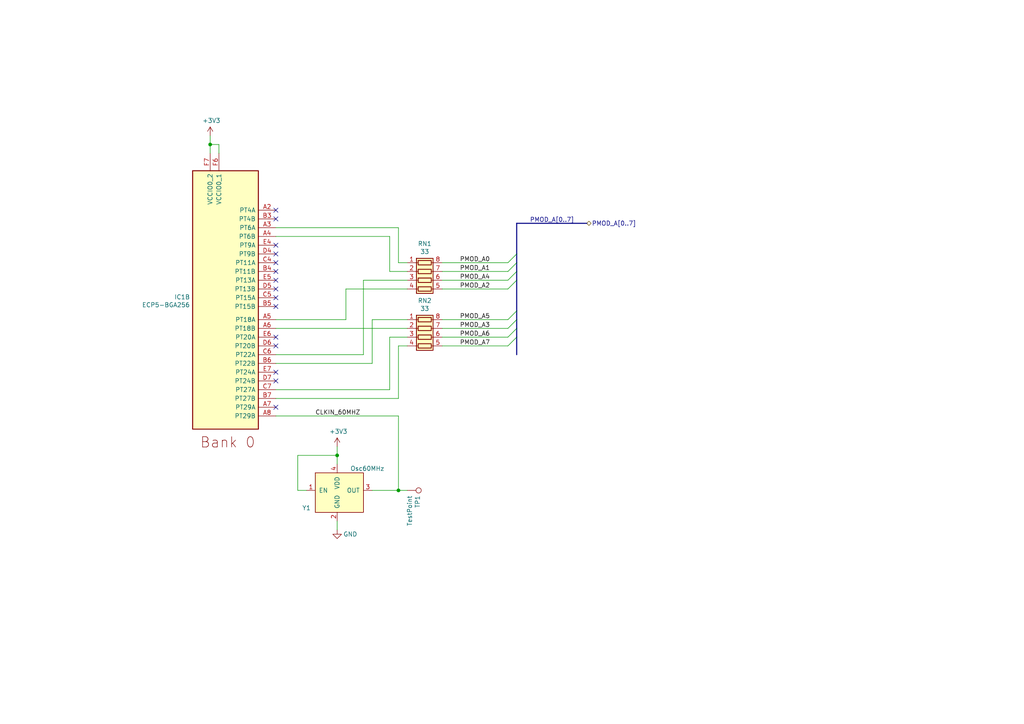
<source format=kicad_sch>
(kicad_sch (version 20211123) (generator eeschema)
  (paper "A4")
  (title_block (title "LUNA USB Multitool") (date "2023-01-11") (rev "r0.5") (company "Copyright 2019-2023 Great Scott Gadgets") (comment 1 "Licensed under the CERN-OHL-P v2"))
  (lib_symbols
    (symbol "Connector:TestPoint" (pin_numbers hide) (pin_names (offset 0.762) hide)
      (property "Reference" "TP" (at 0 6.858 0))
      (property "Value" "TestPoint" (at 0 5.08 0))
      (symbol "TestPoint_0_1"
        (circle (center 0 3.302) (radius 0.762))
      )
      (symbol "TestPoint_1_1"
        (pin passive line (at 0 0 90) (length 2.54) (name "1") (number "1"))
      )
    )
    (symbol "Device:R_Pack04" (pin_names (offset 0) hide)
      (property "Reference" "RN" (at -7.62 0 90))
      (property "Value" "R_Pack04" (at 5.08 0 90))
      (symbol "R_Pack04_0_1"
        (rectangle (start -6.35 -2.413) (end 3.81 2.413) (stroke (width 0.254)) (fill (type background)))
        (rectangle (start -5.715 1.905) (end -4.445 -1.905) (stroke (width 0.254)))
        (rectangle (start -3.175 1.905) (end -1.905 -1.905) (stroke (width 0.254)))
        (rectangle (start -0.635 1.905) (end 0.635 -1.905) (stroke (width 0.254)))
        (polyline (pts (xy -5.08 -2.54) (xy -5.08 -1.905)))
        (polyline (pts (xy -5.08 1.905) (xy -5.08 2.54)))
        (polyline (pts (xy -2.54 -2.54) (xy -2.54 -1.905)))
        (polyline (pts (xy -2.54 1.905) (xy -2.54 2.54)))
        (polyline (pts (xy 0 -2.54) (xy 0 -1.905)))
        (polyline (pts (xy 0 1.905) (xy 0 2.54)))
        (polyline (pts (xy 2.54 -2.54) (xy 2.54 -1.905)))
        (polyline (pts (xy 2.54 1.905) (xy 2.54 2.54)))
        (rectangle (start 1.905 1.905) (end 3.175 -1.905) (stroke (width 0.254)))
      )
      (symbol "R_Pack04_1_1"
        (pin passive line (at -5.08 -5.08 90) (length 2.54) (name "R1.1") (number "1"))
        (pin passive line (at -2.54 -5.08 90) (length 2.54) (name "R2.1") (number "2"))
        (pin passive line (at 0 -5.08 90) (length 2.54) (name "R3.1") (number "3"))
        (pin passive line (at 2.54 -5.08 90) (length 2.54) (name "R4.1") (number "4"))
        (pin passive line (at 2.54 5.08 270) (length 2.54) (name "R4.2") (number "5"))
        (pin passive line (at 0 5.08 270) (length 2.54) (name "R3.2") (number "6"))
        (pin passive line (at -2.54 5.08 270) (length 2.54) (name "R2.2") (number "7"))
        (pin passive line (at -5.08 5.08 270) (length 2.54) (name "R1.2") (number "8"))
      )
    )
    (symbol "fpgas_and_processors:ECP5-BGA256" (pin_names (offset 0.762))
      (property "Reference" "IC" (at -2.54 1.27 0))
      (property "Value" "ECP5-BGA256" (at 10.16 1.27 0))
      (symbol "ECP5-BGA256_1_0"
        (rectangle (start 5.08 0) (end 33.02 -71.12) (stroke (width 0.3048)) (fill (type background)))
      )
      (symbol "ECP5-BGA256_1_1"
        (text "FPGA Supplies" (at 19.05 -76.2 0) (effects (font (size 2.9972 2.9972))))
        (pin power_in line (at 38.1 -2.54 180) (length 5.08) (name "GND_1") (number "A1"))
        (pin power_in line (at 38.1 -5.08 180) (length 5.08) (name "GND_2") (number "A16"))
        (pin power_in line (at 38.1 -10.16 180) (length 5.08) (name "GND_4") (number "D15"))
        (pin power_in line (at 38.1 -7.62 180) (length 5.08) (name "GND_3") (number "D2"))
        (pin power_in line (at 38.1 -12.7 180) (length 5.08) (name "GND_5") (number "F8"))
        (pin power_in line (at 38.1 -15.24 180) (length 5.08) (name "GND_6") (number "F9"))
        (pin power_in line (at 38.1 -20.32 180) (length 5.08) (name "GND_8") (number "G10"))
        (pin power_in line (at 0 -66.04 0) (length 5.08) (name "VCCAUX_1") (number "G11"))
        (pin power_in line (at 0 -2.54 0) (length 5.08) (name "VCC_1") (number "G6"))
        (pin power_in line (at 0 -5.08 0) (length 5.08) (name "VCC_2") (number "G7"))
        (pin power_in line (at 38.1 -17.78 180) (length 5.08) (name "GND_7") (number "G8"))
        (pin power_in line (at 0 -7.62 0) (length 5.08) (name "VCC_3") (number "G9"))
        (pin power_in line (at 38.1 -22.86 180) (length 5.08) (name "GND_9") (number "H1"))
        (pin power_in line (at 38.1 -30.48 180) (length 5.08) (name "GND_12") (number "H10"))
        (pin power_in line (at 38.1 -33.02 180) (length 5.08) (name "GND_13") (number "H16"))
        (pin power_in line (at 38.1 -25.4 180) (length 5.08) (name "GND_10") (number "H8"))
        (pin power_in line (at 38.1 -27.94 180) (length 5.08) (name "GND_11") (number "H9"))
        (pin power_in line (at 38.1 -40.64 180) (length 5.08) (name "GND_16") (number "J10"))
        (pin power_in line (at 38.1 -35.56 180) (length 5.08) (name "GND_14") (number "J8"))
        (pin power_in line (at 38.1 -38.1 180) (length 5.08) (name "GND_15") (number "J9"))
        (pin power_in line (at 38.1 -53.34 180) (length 5.08) (name "GND_21") (number "K10"))
        (pin power_in line (at 38.1 -43.18 180) (length 5.08) (name "GND_17") (number "K6"))
        (pin power_in line (at 38.1 -45.72 180) (length 5.08) (name "GND_18") (number "K7"))
        (pin power_in line (at 38.1 -48.26 180) (length 5.08) (name "GND_19") (number "K8"))
        (pin power_in line (at 38.1 -50.8 180) (length 5.08) (name "GND_20") (number "K9"))
        (pin power_in line (at 0 -15.24 0) (length 5.08) (name "VCC_6") (number "L10"))
        (pin power_in line (at 0 -68.58 0) (length 5.08) (name "VCCAUX_2") (number "L7"))
        (pin power_in line (at 0 -10.16 0) (length 5.08) (name "VCC_4") (number "L8"))
        (pin power_in line (at 0 -12.7 0) (length 5.08) (name "VCC_5") (number "L9"))
        (pin power_in line (at 38.1 -58.42 180) (length 5.08) (name "GND_23") (number "N15"))
        (pin power_in line (at 38.1 -55.88 180) (length 5.08) (name "GND_22") (number "N2"))
        (pin power_in line (at 38.1 -60.96 180) (length 5.08) (name "GND_24") (number "T1"))
        (pin power_in line (at 38.1 -66.04 180) (length 5.08) (name "GND_26") (number "T12"))
        (pin power_in line (at 38.1 -68.58 180) (length 5.08) (name "GND_27") (number "T16"))
        (pin power_in line (at 38.1 -63.5 180) (length 5.08) (name "GND_25") (number "T5"))
      )
      (symbol "ECP5-BGA256_2_1"
        (rectangle (start 0 0) (end 19.05 -74.93) (stroke (width 0.3048)) (fill (type background)))
        (text "Bank 0" (at 10.16 -78.74 0) (effects (font (size 2.9972 2.9972))))
        (pin bidirectional line (at 24.13 -11.43 180) (length 5.08) (name "PT4A") (number "A2"))
        (pin bidirectional line (at 24.13 -16.51 180) (length 5.08) (name "PT6A") (number "A3"))
        (pin bidirectional line (at 24.13 -19.05 180) (length 5.08) (name "PT6B") (number "A4"))
        (pin bidirectional line (at 24.13 -43.18 180) (length 5.08) (name "PT18A") (number "A5"))
        (pin bidirectional line (at 24.13 -45.72 180) (length 5.08) (name "PT18B") (number "A6"))
        (pin bidirectional line (at 24.13 -68.58 180) (length 5.08) (name "PT29A") (number "A7"))
        (pin bidirectional line (at 24.13 -71.12 180) (length 5.08) (name "PT29B") (number "A8"))
        (pin bidirectional line (at 24.13 -13.97 180) (length 5.08) (name "PT4B") (number "B3"))
        (pin bidirectional line (at 24.13 -29.21 180) (length 5.08) (name "PT11B") (number "B4"))
        (pin bidirectional line (at 24.13 -39.37 180) (length 5.08) (name "PT15B") (number "B5"))
        (pin bidirectional line (at 24.13 -55.88 180) (length 5.08) (name "PT22B") (number "B6"))
        (pin bidirectional line (at 24.13 -66.04 180) (length 5.08) (name "PT27B") (number "B7"))
        (pin bidirectional line (at 24.13 -26.67 180) (length 5.08) (name "PT11A") (number "C4"))
        (pin bidirectional line (at 24.13 -36.83 180) (length 5.08) (name "PT15A") (number "C5"))
        (pin bidirectional line (at 24.13 -53.34 180) (length 5.08) (name "PT22A") (number "C6"))
        (pin bidirectional line (at 24.13 -63.5 180) (length 5.08) (name "PT27A") (number "C7"))
        (pin bidirectional line (at 24.13 -24.13 180) (length 5.08) (name "PT9B") (number "D4"))
        (pin bidirectional line (at 24.13 -34.29 180) (length 5.08) (name "PT13B") (number "D5"))
        (pin bidirectional line (at 24.13 -50.8 180) (length 5.08) (name "PT20B") (number "D6"))
        (pin bidirectional line (at 24.13 -60.96 180) (length 5.08) (name "PT24B") (number "D7"))
        (pin bidirectional line (at 24.13 -21.59 180) (length 5.08) (name "PT9A") (number "E4"))
        (pin bidirectional line (at 24.13 -31.75 180) (length 5.08) (name "PT13A") (number "E5"))
        (pin bidirectional line (at 24.13 -48.26 180) (length 5.08) (name "PT20A") (number "E6"))
        (pin bidirectional line (at 24.13 -58.42 180) (length 5.08) (name "PT24A") (number "E7"))
        (pin power_in line (at 7.62 5.08 270) (length 5.08) (name "VCCIO0_1") (number "F6"))
        (pin power_in line (at 5.08 5.08 270) (length 5.08) (name "VCCIO0_2") (number "F7"))
      )
      (symbol "ECP5-BGA256_3_0"
        (rectangle (start 0 0) (end 21.59 -93.98) (stroke (width 0.3048)) (fill (type background)))
      )
      (symbol "ECP5-BGA256_3_1"
        (text "Bank 1" (at 8.89 -96.52 0) (effects (font (size 2.9972 2.9972))))
        (pin bidirectional line (at 26.67 -34.29 180) (length 5.08) (name "PT42B") (number "A10"))
        (pin bidirectional line (at 26.67 -57.15 180) (length 5.08) (name "PT53A") (number "A11"))
        (pin bidirectional line (at 26.67 -59.69 180) (length 5.08) (name "PT53B") (number "A12"))
        (pin bidirectional line (at 26.67 -82.55 180) (length 5.08) (name "PT65A") (number "A13"))
        (pin bidirectional line (at 26.67 -85.09 180) (length 5.08) (name "PT65B") (number "A14"))
        (pin bidirectional line (at 26.67 -90.17 180) (length 5.08) (name "PT67B") (number "A15"))
        (pin bidirectional line (at 26.67 -31.75 180) (length 5.08) (name "PT42A") (number "A9"))
        (pin bidirectional line (at 26.67 -36.83 180) (length 5.08) (name "PT44A") (number "B10"))
        (pin bidirectional line (at 26.67 -46.99 180) (length 5.08) (name "PT49A") (number "B11"))
        (pin bidirectional line (at 26.67 -62.23 180) (length 5.08) (name "PT56A") (number "B12"))
        (pin bidirectional line (at 26.67 -72.39 180) (length 5.08) (name "PT60A") (number "B13"))
        (pin bidirectional line (at 26.67 -87.63 180) (length 5.08) (name "PT67A") (number "B14"))
        (pin bidirectional line (at 26.67 -19.05 180) (length 5.08) (name "PT35B") (number "B8"))
        (pin bidirectional line (at 26.67 -21.59 180) (length 5.08) (name "PT38A") (number "B9"))
        (pin bidirectional line (at 26.67 -39.37 180) (length 5.08) (name "PT44B") (number "C10"))
        (pin bidirectional line (at 26.67 -49.53 180) (length 5.08) (name "PT49B") (number "C11"))
        (pin bidirectional line (at 26.67 -64.77 180) (length 5.08) (name "PT56B") (number "C12"))
        (pin bidirectional line (at 26.67 -74.93 180) (length 5.08) (name "PT60B") (number "C13"))
        (pin bidirectional line (at 26.67 -16.51 180) (length 5.08) (name "PT35A") (number "C8"))
        (pin bidirectional line (at 26.67 -24.13 180) (length 5.08) (name "PT38B") (number "C9"))
        (pin bidirectional line (at 26.67 -41.91 180) (length 5.08) (name "PT47A") (number "D10"))
        (pin bidirectional line (at 26.67 -52.07 180) (length 5.08) (name "PT51A") (number "D11"))
        (pin bidirectional line (at 26.67 -67.31 180) (length 5.08) (name "PT58A") (number "D12"))
        (pin bidirectional line (at 26.67 -77.47 180) (length 5.08) (name "PT62A") (number "D13"))
        (pin bidirectional line (at 26.67 -13.97 180) (length 5.08) (name "PT33B") (number "D8"))
        (pin bidirectional line (at 26.67 -26.67 180) (length 5.08) (name "PT40A") (number "D9"))
        (pin bidirectional line (at 26.67 -44.45 180) (length 5.08) (name "PT47B") (number "E10"))
        (pin bidirectional line (at 26.67 -54.61 180) (length 5.08) (name "PT51B") (number "E11"))
        (pin bidirectional line (at 26.67 -69.85 180) (length 5.08) (name "PT58B") (number "E12"))
        (pin bidirectional line (at 26.67 -80.01 180) (length 5.08) (name "PT62B") (number "E13"))
        (pin bidirectional line (at 26.67 -11.43 180) (length 5.08) (name "PT33A") (number "E8"))
        (pin bidirectional line (at 26.67 -29.21 180) (length 5.08) (name "PT40B") (number "E9"))
        (pin power_in line (at 6.35 5.08 270) (length 5.08) (name "VCCIO1_1") (number "F10"))
        (pin power_in line (at 3.81 5.08 270) (length 5.08) (name "VCCIO1_2") (number "F11"))
      )
      (symbol "ECP5-BGA256_4_1"
        (rectangle (start 0 0) (end 19.05 -93.98) (stroke (width 0.3048)) (fill (type background)))
        (text "Bank 2" (at 10.16 -97.79 0) (effects (font (size 2.9972 2.9972))))
        (pin bidirectional line (at 24.13 -13.97 180) (length 5.08) (name "PR2B") (number "B15"))
        (pin bidirectional line (at 24.13 -11.43 180) (length 5.08) (name "PR2A") (number "B16"))
        (pin bidirectional line (at 24.13 -16.51 180) (length 5.08) (name "PR2C") (number "C14"))
        (pin bidirectional line (at 24.13 -24.13 180) (length 5.08) (name "PR5B") (number "C15"))
        (pin bidirectional line (at 24.13 -21.59 180) (length 5.08) (name "PR5A") (number "C16"))
        (pin bidirectional line (at 24.13 -19.05 180) (length 5.08) (name "PR2D") (number "D14"))
        (pin bidirectional line (at 24.13 -31.75 180) (length 5.08) (name "PR8A") (number "D16"))
        (pin bidirectional line (at 24.13 -26.67 180) (length 5.08) (name "PR5C") (number "E14"))
        (pin bidirectional line (at 24.13 -34.29 180) (length 5.08) (name "PR8B") (number "E15"))
        (pin bidirectional line (at 24.13 -49.53 180) (length 5.08) (name "PR11D") (number "E16"))
        (pin bidirectional line (at 24.13 -39.37 180) (length 5.08) (name "PR8D") (number "F12"))
        (pin bidirectional line (at 24.13 -36.83 180) (length 5.08) (name "PR8C") (number "F13"))
        (pin bidirectional line (at 24.13 -29.21 180) (length 5.08) (name "PR5D") (number "F14"))
        (pin bidirectional line (at 24.13 -46.99 180) (length 5.08) (name "PR11C") (number "F15"))
        (pin bidirectional line (at 24.13 -52.07 180) (length 5.08) (name "PR14A") (number "F16"))
        (pin bidirectional line (at 24.13 -41.91 180) (length 5.08) (name "PR11A") (number "G12"))
        (pin bidirectional line (at 24.13 -44.45 180) (length 5.08) (name "PR11B") (number "G13"))
        (pin bidirectional line (at 24.13 -57.15 180) (length 5.08) (name "PR14C") (number "G14"))
        (pin bidirectional line (at 24.13 -54.61 180) (length 5.08) (name "PR14B") (number "G15"))
        (pin bidirectional line (at 24.13 -72.39 180) (length 5.08) (name "PR20A") (number "G16"))
        (pin power_in line (at 3.81 5.08 270) (length 5.08) (name "VCCIO2_1") (number "H11"))
        (pin bidirectional line (at 24.13 -62.23 180) (length 5.08) (name "PR17A") (number "H12"))
        (pin bidirectional line (at 24.13 -64.77 180) (length 5.08) (name "PR17B") (number "H13"))
        (pin bidirectional line (at 24.13 -59.69 180) (length 5.08) (name "PR14D") (number "H14"))
        (pin bidirectional line (at 24.13 -74.93 180) (length 5.08) (name "PR20B") (number "H15"))
        (pin power_in line (at 6.35 5.08 270) (length 5.08) (name "VCCIO2_2") (number "J11"))
        (pin bidirectional line (at 24.13 -69.85 180) (length 5.08) (name "PR17D") (number "J12"))
        (pin bidirectional line (at 24.13 -67.31 180) (length 5.08) (name "PR17C") (number "J13"))
        (pin bidirectional line (at 24.13 -77.47 180) (length 5.08) (name "PR20C") (number "J14"))
        (pin bidirectional line (at 24.13 -85.09 180) (length 5.08) (name "PR23B") (number "J15"))
        (pin bidirectional line (at 24.13 -82.55 180) (length 5.08) (name "PR23A") (number "J16"))
        (pin bidirectional line (at 24.13 -80.01 180) (length 5.08) (name "PR20D") (number "K14"))
        (pin bidirectional line (at 24.13 -90.17 180) (length 5.08) (name "PR23D") (number "K15"))
        (pin bidirectional line (at 24.13 -87.63 180) (length 5.08) (name "PR23C") (number "K16"))
      )
      (symbol "ECP5-BGA256_5_0"
        (rectangle (start 0 0) (end 20.32 -91.44) (stroke (width 0.3048)) (fill (type background)))
      )
      (symbol "ECP5-BGA256_5_1"
        (text "Bank 3" (at 15.24 -96.52 0) (effects (font (size 2.9972 2.9972))))
        (pin power_in line (at 3.81 5.08 270) (length 5.08) (name "VCCIO3_1") (number "K11"))
        (pin bidirectional line (at 25.4 -22.86 180) (length 5.08) (name "PR29B") (number "K12"))
        (pin bidirectional line (at 25.4 -20.32 180) (length 5.08) (name "PR29A") (number "K13"))
        (pin power_in line (at 6.35 5.08 270) (length 5.08) (name "VCCIO3_2") (number "L11"))
        (pin bidirectional line (at 25.4 -27.94 180) (length 5.08) (name "PR29D") (number "L12"))
        (pin bidirectional line (at 25.4 -25.4 180) (length 5.08) (name "PR29C") (number "L13"))
        (pin bidirectional line (at 25.4 -35.56 180) (length 5.08) (name "PR32C") (number "L14"))
        (pin bidirectional line (at 25.4 -12.7 180) (length 5.08) (name "PR26B") (number "L15"))
        (pin bidirectional line (at 25.4 -10.16 180) (length 5.08) (name "PR26A") (number "L16"))
        (pin bidirectional line (at 25.4 -81.28 180) (length 5.08) (name "PR47A") (number "M11"))
        (pin bidirectional line (at 25.4 -76.2 180) (length 5.08) (name "PR44C") (number "M12"))
        (pin bidirectional line (at 25.4 -45.72 180) (length 5.08) (name "PR35C") (number "M13"))
        (pin bidirectional line (at 25.4 -38.1 180) (length 5.08) (name "PR32D") (number "M14"))
        (pin bidirectional line (at 25.4 -17.78 180) (length 5.08) (name "PR26D") (number "M15"))
        (pin bidirectional line (at 25.4 -15.24 180) (length 5.08) (name "PR26C") (number "M16"))
        (pin bidirectional line (at 25.4 -83.82 180) (length 5.08) (name "PR47B") (number "N11"))
        (pin bidirectional line (at 25.4 -78.74 180) (length 5.08) (name "PR44D") (number "N12"))
        (pin bidirectional line (at 25.4 -50.8 180) (length 5.08) (name "PR38A") (number "N13"))
        (pin bidirectional line (at 25.4 -48.26 180) (length 5.08) (name "PR35D") (number "N14"))
        (pin bidirectional line (at 25.4 -30.48 180) (length 5.08) (name "PR32A") (number "N16"))
        (pin bidirectional line (at 25.4 -86.36 180) (length 5.08) (name "PR47C") (number "P11"))
        (pin bidirectional line (at 25.4 -88.9 180) (length 5.08) (name "PR47D") (number "P12"))
        (pin bidirectional line (at 25.4 -60.96 180) (length 5.08) (name "PR41A") (number "P13"))
        (pin bidirectional line (at 25.4 -53.34 180) (length 5.08) (name "PR38B") (number "P14"))
        (pin bidirectional line (at 25.4 -33.02 180) (length 5.08) (name "PR32B") (number "P15"))
        (pin bidirectional line (at 25.4 -40.64 180) (length 5.08) (name "PR35A") (number "P16"))
        (pin bidirectional line (at 25.4 -71.12 180) (length 5.08) (name "PR44A") (number "R12"))
        (pin bidirectional line (at 25.4 -66.04 180) (length 5.08) (name "PR41C") (number "R13"))
        (pin bidirectional line (at 25.4 -63.5 180) (length 5.08) (name "PR41B") (number "R14"))
        (pin bidirectional line (at 25.4 -55.88 180) (length 5.08) (name "PR38C") (number "R15"))
        (pin bidirectional line (at 25.4 -43.18 180) (length 5.08) (name "PR35B") (number "R16"))
        (pin bidirectional line (at 25.4 -73.66 180) (length 5.08) (name "PR44B") (number "T13"))
        (pin bidirectional line (at 25.4 -68.58 180) (length 5.08) (name "PR41D") (number "T14"))
        (pin bidirectional line (at 25.4 -58.42 180) (length 5.08) (name "PR38D") (number "T15"))
      )
      (symbol "ECP5-BGA256_6_1"
        (rectangle (start 0 0) (end 19.05 -106.68) (stroke (width 0.3048)) (fill (type background)))
        (text "Bank 6" (at 11.43 -110.49 0) (effects (font (size 2.9972 2.9972))))
        (pin power_in line (at 3.81 5.08 270) (length 5.08) (name "VCCIO6_1") (number "J6"))
        (pin power_in line (at 6.35 5.08 270) (length 5.08) (name "VCCIO6_2") (number "J7"))
        (pin bidirectional line (at 24.13 -25.4 180) (length 5.08) (name "PL29A") (number "K4"))
        (pin bidirectional line (at 24.13 -27.94 180) (length 5.08) (name "PL29B") (number "K5"))
        (pin bidirectional line (at 24.13 -13.97 180) (length 5.08) (name "PL26A") (number "L1"))
        (pin bidirectional line (at 24.13 -16.51 180) (length 5.08) (name "PL26B") (number "L2"))
        (pin bidirectional line (at 24.13 -41.91 180) (length 5.08) (name "PL32C") (number "L3"))
        (pin bidirectional line (at 24.13 -30.48 180) (length 5.08) (name "PL29C") (number "L4"))
        (pin bidirectional line (at 24.13 -33.02 180) (length 5.08) (name "PL29D") (number "L5"))
        (pin bidirectional line (at 24.13 -19.05 180) (length 5.08) (name "PL26C") (number "M1"))
        (pin bidirectional line (at 24.13 -21.59 180) (length 5.08) (name "PL26D") (number "M2"))
        (pin bidirectional line (at 24.13 -44.45 180) (length 5.08) (name "PL32D") (number "M3"))
        (pin bidirectional line (at 24.13 -53.34 180) (length 5.08) (name "PL35C") (number "M4"))
        (pin bidirectional line (at 24.13 -78.74 180) (length 5.08) (name "PL44C") (number "M5"))
        (pin bidirectional line (at 24.13 -96.52 180) (length 5.08) (name "PL47A") (number "M6"))
        (pin bidirectional line (at 24.13 -36.83 180) (length 5.08) (name "PL32A") (number "N1"))
        (pin bidirectional line (at 24.13 -55.88 180) (length 5.08) (name "PL35D") (number "N3"))
        (pin bidirectional line (at 24.13 -60.96 180) (length 5.08) (name "PL38A") (number "N4"))
        (pin bidirectional line (at 24.13 -81.28 180) (length 5.08) (name "PL44D") (number "N5"))
        (pin bidirectional line (at 24.13 -99.06 180) (length 5.08) (name "PL47B") (number "N6"))
        (pin bidirectional line (at 24.13 -48.26 180) (length 5.08) (name "PL35A") (number "P1"))
        (pin bidirectional line (at 24.13 -39.37 180) (length 5.08) (name "PL32B") (number "P2"))
        (pin bidirectional line (at 24.13 -63.5 180) (length 5.08) (name "PL38B") (number "P3"))
        (pin bidirectional line (at 24.13 -85.09 180) (length 5.08) (name "PL41A") (number "P4"))
        (pin bidirectional line (at 24.13 -101.6 180) (length 5.08) (name "PL47D") (number "P5"))
        (pin bidirectional line (at 24.13 -104.14 180) (length 5.08) (name "PL47C") (number "P6"))
        (pin bidirectional line (at 24.13 -50.8 180) (length 5.08) (name "PL35B") (number "R1"))
        (pin bidirectional line (at 24.13 -66.04 180) (length 5.08) (name "PL38C") (number "R2"))
        (pin bidirectional line (at 24.13 -87.63 180) (length 5.08) (name "PL41B") (number "R3"))
        (pin bidirectional line (at 24.13 -90.17 180) (length 5.08) (name "PL41C") (number "R4"))
        (pin bidirectional line (at 24.13 -73.66 180) (length 5.08) (name "PL44A") (number "R5"))
        (pin bidirectional line (at 24.13 -68.58 180) (length 5.08) (name "PL38D") (number "T2"))
        (pin bidirectional line (at 24.13 -92.71 180) (length 5.08) (name "PL41D") (number "T3"))
        (pin bidirectional line (at 24.13 -76.2 180) (length 5.08) (name "PL44B") (number "T4"))
      )
      (symbol "ECP5-BGA256_7_1"
        (rectangle (start 0 0) (end 20.32 -109.22) (stroke (width 0.3048)) (fill (type background)))
        (text "Bank 7" (at 12.7 -113.03 0) (effects (font (size 2.9972 2.9972))))
        (pin bidirectional line (at 25.4 -10.16 180) (length 5.08) (name "PL2A") (number "B1"))
        (pin bidirectional line (at 25.4 -12.7 180) (length 5.08) (name "PL2B") (number "B2"))
        (pin bidirectional line (at 25.4 -22.86 180) (length 5.08) (name "PL5A") (number "C1"))
        (pin bidirectional line (at 25.4 -25.4 180) (length 5.08) (name "PL5B") (number "C2"))
        (pin bidirectional line (at 25.4 -15.24 180) (length 5.08) (name "PL2C") (number "C3"))
        (pin bidirectional line (at 25.4 -35.56 180) (length 5.08) (name "PL8A") (number "D1"))
        (pin bidirectional line (at 25.4 -17.78 180) (length 5.08) (name "PL2D") (number "D3"))
        (pin bidirectional line (at 25.4 -54.61 180) (length 5.08) (name "PL11D") (number "E1"))
        (pin bidirectional line (at 25.4 -38.1 180) (length 5.08) (name "PL8B") (number "E2"))
        (pin bidirectional line (at 25.4 -27.94 180) (length 5.08) (name "PL5C") (number "E3"))
        (pin bidirectional line (at 25.4 -59.69 180) (length 5.08) (name "PL14A") (number "F1"))
        (pin bidirectional line (at 25.4 -52.07 180) (length 5.08) (name "PL11C") (number "F2"))
        (pin bidirectional line (at 25.4 -30.48 180) (length 5.08) (name "PL5D") (number "F3"))
        (pin bidirectional line (at 25.4 -40.64 180) (length 5.08) (name "PL8C") (number "F4"))
        (pin bidirectional line (at 25.4 -43.18 180) (length 5.08) (name "PL8D") (number "F5"))
        (pin bidirectional line (at 25.4 -82.55 180) (length 5.08) (name "PL20A") (number "G1"))
        (pin bidirectional line (at 25.4 -62.23 180) (length 5.08) (name "PL14B") (number "G2"))
        (pin bidirectional line (at 25.4 -64.77 180) (length 5.08) (name "PL14C") (number "G3"))
        (pin bidirectional line (at 25.4 -49.53 180) (length 5.08) (name "PL11B") (number "G4"))
        (pin bidirectional line (at 25.4 -46.99 180) (length 5.08) (name "PL11A") (number "G5"))
        (pin bidirectional line (at 25.4 -85.09 180) (length 5.08) (name "PL20B") (number "H2"))
        (pin bidirectional line (at 25.4 -67.31 180) (length 5.08) (name "PL14D") (number "H3"))
        (pin bidirectional line (at 25.4 -73.66 180) (length 5.08) (name "PL17B") (number "H4"))
        (pin bidirectional line (at 25.4 -71.12 180) (length 5.08) (name "PL17A") (number "H5"))
        (pin power_in line (at 7.62 5.08 270) (length 5.08) (name "VCCIO7_1") (number "H6"))
        (pin power_in line (at 5.08 5.08 270) (length 5.08) (name "VCCIO7_2") (number "H7"))
        (pin bidirectional line (at 25.4 -95.25 180) (length 5.08) (name "PL23A") (number "J1"))
        (pin bidirectional line (at 25.4 -97.79 180) (length 5.08) (name "PL23B") (number "J2"))
        (pin bidirectional line (at 25.4 -87.63 180) (length 5.08) (name "PL20C") (number "J3"))
        (pin bidirectional line (at 25.4 -76.2 180) (length 5.08) (name "PL17C") (number "J4"))
        (pin bidirectional line (at 25.4 -78.74 180) (length 5.08) (name "PL17D") (number "J5"))
        (pin bidirectional line (at 25.4 -100.33 180) (length 5.08) (name "PL23C") (number "K1"))
        (pin bidirectional line (at 25.4 -102.87 180) (length 5.08) (name "PL23D") (number "K2"))
        (pin bidirectional line (at 25.4 -90.17 180) (length 5.08) (name "PL20D") (number "K3"))
      )
      (symbol "ECP5-BGA256_8_0"
        (text "(Config)" (at 13.97 -97.79 0) (effects (font (size 2.9972 2.9972))))
        (text "Bank 8" (at 13.97 -92.71 0) (effects (font (size 2.9972 2.9972))))
      )
      (symbol "ECP5-BGA256_8_1"
        (rectangle (start 0 0) (end 21.59 -88.9) (stroke (width 0.3048)) (fill (type background)))
        (pin power_in line (at 5.08 5.08 270) (length 5.08) (name "VCCIO8") (number "L6"))
        (pin output line (at 26.67 -57.15 180) (length 5.08) (name "TDO") (number "M10"))
        (pin bidirectional line (at 26.67 -24.13 180) (length 5.08) (name "D2/PB9B") (number "M7"))
        (pin bidirectional line (at 26.67 -39.37 180) (length 5.08) (name "DOUT/CSON/PB15B") (number "M8"))
        (pin bidirectional line (at 26.67 -41.91 180) (length 5.08) (name "WRITEEN/PB18A") (number "M9"))
        (pin input line (at 26.67 -68.58 180) (length 5.08) (name "CFG_0") (number "N10"))
        (pin bidirectional line (at 26.67 -21.59 180) (length 5.08) (name "D3/PB9A") (number "N7"))
        (pin bidirectional line (at 26.67 -36.83 180) (length 5.08) (name "HOLDN/DI/PB15A") (number "N8"))
        (pin bidirectional line (at 26.67 -63.5 180) (length 5.08) (name "MCLK/SCLK/CCLK") (number "N9"))
        (pin input line (at 26.67 -71.12 180) (length 5.08) (name "CFG_1") (number "P10"))
        (pin bidirectional line (at 26.67 -19.05 180) (length 5.08) (name "D4/COPI2/PB6B") (number "P7"))
        (pin bidirectional line (at 26.67 -34.29 180) (length 5.08) (name "CS1N/PB13B") (number "P8"))
        (pin bidirectional line (at 26.67 -80.01 180) (length 5.08) (name "DONE") (number "P9"))
        (pin input line (at 26.67 -73.66 180) (length 5.08) (name "CFG_2") (number "R10"))
        (pin input line (at 26.67 -54.61 180) (length 5.08) (name "TDI") (number "R11"))
        (pin bidirectional line (at 26.67 -13.97 180) (length 5.08) (name "D6/PB4B") (number "R6"))
        (pin bidirectional line (at 26.67 -16.51 180) (length 5.08) (name "D5/CIPO2/PB6A") (number "R7"))
        (pin bidirectional line (at 26.67 -31.75 180) (length 5.08) (name "SN/CSN/PB13A") (number "R8"))
        (pin bidirectional line (at 26.67 -85.09 180) (length 5.08) (name "PROGRAMN") (number "R9"))
        (pin input line (at 26.67 -52.07 180) (length 5.08) (name "TCK") (number "T10"))
        (pin input line (at 26.67 -49.53 180) (length 5.08) (name "TMS") (number "T11"))
        (pin bidirectional line (at 26.67 -11.43 180) (length 5.08) (name "D7/PB4A") (number "T6"))
        (pin bidirectional line (at 26.67 -26.67 180) (length 5.08) (name "D1/COPI/PB11A") (number "T7"))
        (pin bidirectional line (at 26.67 -29.21 180) (length 5.08) (name "D0/COPI/PB11B") (number "T8"))
        (pin bidirectional line (at 26.67 -82.55 180) (length 5.08) (name "INITN") (number "T9"))
      )
    )
    (symbol "power:+3V3" (power) (pin_names (offset 0))
      (property "Value" "+3V3" (at 0 3.556 0))
      (symbol "+3V3_0_1"
        (polyline (pts (xy -0.762 1.27) (xy 0 2.54)))
        (polyline (pts (xy 0 0) (xy 0 2.54)))
        (polyline (pts (xy 0 2.54) (xy 0.762 1.27)))
      )
      (symbol "+3V3_1_1"
        (pin power_in line (at 0 0 90) (length 0) hide (name "+3V3") (number "1"))
      )
    )
    (symbol "power:GND" (power) (pin_names (offset 0))
      (property "Value" "GND" (at 0 -3.81 0))
      (symbol "GND_0_1"
        (polyline (pts (xy 0 0) (xy 0 -1.27) (xy 1.27 -1.27) (xy 0 -2.54) (xy -1.27 -1.27) (xy 0 -1.27)))
      )
      (symbol "GND_1_1"
        (pin power_in line (at 0 0 270) (length 0) hide (name "GND") (number "1"))
      )
    )
    (symbol "support_hardware:DSC60xx" (pin_names (offset 1.016))
      (property "Reference" "Y" (at 0 1.27 0))
      (property "Value" "DSC60xx" (at 12.7 1.27 0))
      (symbol "DSC60xx_0_1"
        (rectangle (start 0 0) (end 13.97 -11.43) (stroke (width 0.2032)) (fill (type background)))
      )
      (symbol "DSC60xx_1_1"
        (pin input line (at -2.54 -5.08 0) (length 2.54) (name "EN") (number "1"))
        (pin power_in line (at 6.35 -13.97 90) (length 2.54) (name "GND") (number "2"))
        (pin output line (at 16.51 -5.08 180) (length 2.54) (name "OUT") (number "3"))
        (pin power_in line (at 6.35 2.54 270) (length 2.54) (name "VDD") (number "4"))
      )
    )
  )
  (junction (at 115.57 142.24))
  (junction (at 60.96 41.91))
  (junction (at 97.79 132.08))
  (no_connect (at 80.01 100.33))
  (no_connect (at 80.01 60.96))
  (no_connect (at 80.01 81.28))
  (no_connect (at 80.01 63.5))
  (no_connect (at 80.01 118.11))
  (no_connect (at 80.01 76.2))
  (no_connect (at 80.01 86.36))
  (no_connect (at 80.01 71.12))
  (no_connect (at 80.01 97.79))
  (no_connect (at 80.01 110.49))
  (no_connect (at 80.01 88.9))
  (no_connect (at 80.01 73.66))
  (no_connect (at 80.01 107.95))
  (no_connect (at 80.01 78.74))
  (no_connect (at 80.01 83.82))
  (bus_entry (at 147.32 83.82) (size 2.54 -2.54))
  (bus_entry (at 147.32 92.71) (size 2.54 -2.54))
  (bus_entry (at 147.32 81.28) (size 2.54 -2.54))
  (bus_entry (at 147.32 78.74) (size 2.54 -2.54))
  (bus_entry (at 147.32 95.25) (size 2.54 -2.54))
  (bus_entry (at 147.32 97.79) (size 2.54 -2.54))
  (bus_entry (at 147.32 100.33) (size 2.54 -2.54))
  (bus_entry (at 147.32 76.2) (size 2.54 -2.54))
  (wire (pts (xy 105.41 102.87) (xy 105.41 81.28)))
  (wire (pts (xy 115.57 115.57) (xy 115.57 100.33)))
  (wire (pts (xy 80.01 102.87) (xy 105.41 102.87)))
  (wire (pts (xy 60.96 44.45) (xy 60.96 41.91)))
  (wire (pts (xy 113.03 113.03) (xy 80.01 113.03)))
  (wire (pts (xy 105.41 81.28) (xy 118.11 81.28)))
  (wire (pts (xy 115.57 120.65) (xy 115.57 142.24)))
  (wire (pts (xy 128.27 78.74) (xy 147.32 78.74)))
  (wire (pts (xy 118.11 97.79) (xy 113.03 97.79)))
  (wire (pts (xy 115.57 142.24) (xy 118.11 142.24)))
  (wire (pts (xy 128.27 83.82) (xy 147.32 83.82)))
  (bus (pts (xy 149.86 92.71) (xy 149.86 95.25)))
  (wire (pts (xy 97.79 132.08) (xy 97.79 134.62)))
  (wire (pts (xy 113.03 97.79) (xy 113.03 113.03)))
  (wire (pts (xy 115.57 100.33) (xy 118.11 100.33)))
  (bus (pts (xy 149.86 64.77) (xy 149.86 73.66)))
  (wire (pts (xy 128.27 95.25) (xy 147.32 95.25)))
  (wire (pts (xy 100.33 92.71) (xy 100.33 83.82)))
  (wire (pts (xy 97.79 153.67) (xy 97.79 151.13)))
  (wire (pts (xy 80.01 66.04) (xy 115.57 66.04)))
  (bus (pts (xy 149.86 64.77) (xy 170.18 64.77)))
  (wire (pts (xy 80.01 115.57) (xy 115.57 115.57)))
  (wire (pts (xy 107.95 105.41) (xy 107.95 92.71)))
  (wire (pts (xy 60.96 41.91) (xy 60.96 39.37)))
  (wire (pts (xy 80.01 105.41) (xy 107.95 105.41)))
  (wire (pts (xy 118.11 78.74) (xy 113.03 78.74)))
  (wire (pts (xy 88.9 142.24) (xy 86.36 142.24)))
  (bus (pts (xy 149.86 90.17) (xy 149.86 92.71)))
  (wire (pts (xy 107.95 142.24) (xy 115.57 142.24)))
  (wire (pts (xy 128.27 81.28) (xy 147.32 81.28)))
  (wire (pts (xy 86.36 142.24) (xy 86.36 132.08)))
  (bus (pts (xy 149.86 81.28) (xy 149.86 90.17)))
  (wire (pts (xy 80.01 120.65) (xy 115.57 120.65)))
  (wire (pts (xy 128.27 76.2) (xy 147.32 76.2)))
  (bus (pts (xy 149.86 73.66) (xy 149.86 76.2)))
  (wire (pts (xy 60.96 41.91) (xy 63.5 41.91)))
  (wire (pts (xy 128.27 100.33) (xy 147.32 100.33)))
  (wire (pts (xy 80.01 92.71) (xy 100.33 92.71)))
  (wire (pts (xy 86.36 132.08) (xy 97.79 132.08)))
  (bus (pts (xy 149.86 76.2) (xy 149.86 78.74)))
  (bus (pts (xy 149.86 97.79) (xy 149.86 102.87)))
  (bus (pts (xy 149.86 78.74) (xy 149.86 81.28)))
  (wire (pts (xy 80.01 95.25) (xy 118.11 95.25)))
  (wire (pts (xy 128.27 97.79) (xy 147.32 97.79)))
  (wire (pts (xy 100.33 83.82) (xy 118.11 83.82)))
  (wire (pts (xy 115.57 66.04) (xy 115.57 76.2)))
  (wire (pts (xy 115.57 76.2) (xy 118.11 76.2)))
  (wire (pts (xy 63.5 41.91) (xy 63.5 44.45)))
  (wire (pts (xy 113.03 68.58) (xy 80.01 68.58)))
  (wire (pts (xy 97.79 129.54) (xy 97.79 132.08)))
  (wire (pts (xy 107.95 92.71) (xy 118.11 92.71)))
  (wire (pts (xy 113.03 78.74) (xy 113.03 68.58)))
  (wire (pts (xy 128.27 92.71) (xy 147.32 92.71)))
  (bus (pts (xy 149.86 95.25) (xy 149.86 97.79)))
  (label "PMOD_A3" (at 133.35 95.25 0))
  (label "PMOD_A1" (at 133.35 78.74 0))
  (label "PMOD_A2" (at 133.35 83.82 0))
  (label "PMOD_A5" (at 133.35 92.71 0))
  (label "CLKIN_60MHZ" (at 91.44 120.65 0))
  (label "PMOD_A0" (at 133.35 76.2 0))
  (label "PMOD_A4" (at 133.35 81.28 0))
  (label "PMOD_A7" (at 133.35 100.33 0))
  (label "PMOD_A[0..7]" (at 153.67 64.77 0))
  (label "PMOD_A6" (at 133.35 97.79 0))
  (hierarchical_label "PMOD_A[0..7]" (shape bidirectional) (at 170.18 64.77 0))
  (symbol (lib_id "fpgas_and_processors:ECP5-BGA256") (at 55.88 49.53 0) (unit 2)
    (property "Reference" "IC1" (at 55.118 86.1568 0) (effects (justify right)))
    (property "Value" "ECP5-BGA256" (at 55.118 88.4428 0) (effects (justify right)))
    (property "Footprint" "luna:lattice_cabga256" (effects hide))
    (property "Description" "FPGA - Field Programmable Gate Array ECP5; 12k LUTs; 1.1V" (effects hide))
    (property "Manufacturer" "Lattice" (effects hide))
    (property "Part Number" "LFE5U-12F-6BG256C" (effects hide))
    (property "Substitution" "LFE5U-12F-*BG256*" (effects hide))
  )
  (symbol (lib_id "power:+3V3") (at 60.96 39.37 0) (unit 1)
    (property "Reference" "#PWR0105" (effects hide))
    (property "Value" "+3V3" (at 61.3156 34.9758 0))
  )
  (symbol (lib_id "support_hardware:DSC60xx") (at 91.44 137.16 0) (unit 1)
    (property "Reference" "Y1" (at 87.63 147.32 0) (effects (justify left)))
    (property "Value" "Osc60MHz" (at 101.6 135.89 0) (effects (justify left)))
    (property "Footprint" "Crystal:Crystal_SMD_3225-4Pin_3.2x2.5mm" (effects hide))
    (property "Description" "MEMS OSC XO 60.0000MHZ H/LV-CMOS" (effects hide))
    (property "Manufacturer" "SiTIME" (effects hide))
    (property "Part Number" "SIT1602BC-23-33E-60.000000E" (effects hide))
  )
  (symbol (lib_id "power:+3V3") (at 97.79 129.54 0) (unit 1)
    (property "Reference" "#PWR011" (effects hide))
    (property "Value" "+3V3" (at 98.1456 125.1458 0))
  )
  (symbol (lib_id "power:GND") (at 97.79 153.67 0) (unit 1)
    (property "Reference" "#PWR018" (effects hide))
    (property "Value" "GND" (at 101.6 154.94 0))
  )
  (symbol (lib_id "Connector:TestPoint") (at 118.11 142.24 270) (unit 1)
    (property "Reference" "TP1" (at 121.1072 143.7132 0) (effects (justify left)))
    (property "Value" "TestPoint" (at 118.8212 143.7132 0) (effects (justify left)))
    (property "Footprint" "TestPoint:TestPoint_Pad_D1.0mm" (effects hide))
    (property "Note" "DNP" (effects hide))
  )
  (symbol (lib_id "Device:R_Pack04") (at 123.19 81.28 270) (unit 1)
    (property "Reference" "RN1" (at 123.19 70.6882 90))
    (property "Value" "33" (at 123.19 72.9996 90))
    (property "Footprint" "Resistor_SMD:R_Array_Convex_4x0402" (effects hide))
    (property "Description" "RES ARRAY 4 RES 33 OHM 0804" (effects hide))
    (property "Manufacturer" "Yageo" (effects hide))
    (property "Part Number" "YC124-JR-0733RL" (effects hide))
    (property "Substitution" "any equivalent" (effects hide))
  )
  (symbol (lib_id "Device:R_Pack04") (at 123.19 97.79 270) (unit 1)
    (property "Reference" "RN2" (at 123.19 87.1982 90))
    (property "Value" "33" (at 123.19 89.5096 90))
    (property "Footprint" "Resistor_SMD:R_Array_Convex_4x0402" (effects hide))
    (property "Description" "RES ARRAY 4 RES 33 OHM 0804" (effects hide))
    (property "Manufacturer" "Yageo" (effects hide))
    (property "Part Number" "YC124-JR-0733RL" (effects hide))
    (property "Substitution" "any equivalent" (effects hide))
  )
)
</source>
